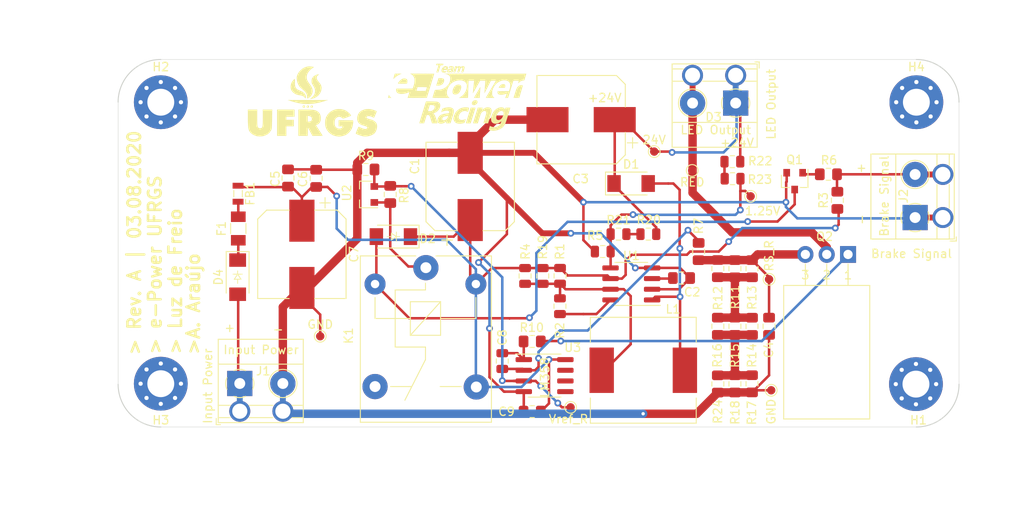
<source format=kicad_pcb>
(kicad_pcb (version 20171130) (host pcbnew "(5.1.4)-1")
  (layers (0 F.Cu signal) (31 B.Cu signal) (34 B.Paste user) (35 F.Paste user) (36 B.SilkS user) (37 F.SilkS user) (38 B.Mask user) (39 F.Mask user) (44 Edge.Cuts user))
  (net 0 "")
  (net 1 GND)
  (net 2 +12V)
  (net 3 "Net-(C2-Pad2)")
  (net 4 +24V)
  (net 5 "Net-(C4-Pad2)")
  (net 6 "Net-(D1-Pad2)")
  (net 7 "Net-(D2-Pad2)")
  (net 8 "Net-(D3-Pad3)")
  (net 9 "Net-(K1-Pad1)")
  (net 10 "Net-(L1-Pad1)")
  (net 11 "Net-(Q2-Pad1)")
  (net 12 Input_Power)
  (net 13 "Net-(F1-Pad1)")
  (net 14 "Net-(J2-Pad2)")
  (net 15 "Net-(D4-Pad1)")
  (net 16 "Net-(H1-Pad1)")
  (net 17 "Net-(H2-Pad1)")
  (net 18 "Net-(H3-Pad1)")
  (net 19 "Net-(H4-Pad1)")
  (net 20 "Net-(R2-Pad1)")
  (net 21 "Net-(R21-Pad2)")
  (net 22 "Net-(R8-Pad1)")
  (net 23 "Net-(R20-Pad2)")
  (net 24 "Net-(R22-Pad1)")
  (net 25 "Net-(C8-Pad2)")
  (net 26 "Net-(C8-Pad1)")
  (net 27 "Net-(Q1-Pad1)")
  (net 28 "Net-(R11-Pad1)")
  (net 29 "Net-(R14-Pad1)")
  (module e-Power:TerminalBlock_Phoenix_MKDS-1,5-2_1x02_P5.08mm_Horizontal (layer F.Cu) (at 224.9 113.3 90)
    (fp_text reference J2 (at 2.556 -1.38 90) (layer F.SilkS))
    (fp_text value Screw_Terminal_01x02)
    (pad 2 thru_hole circle (at 5.1308 3.302 90) (size 2.5 2.5) (drill 1.8) (layers *.Cu *.Mask) (net 14 "Net-(J2-Pad2)"))
    (pad 1 thru_hole circle (at 0 3.302 90) (size 2.5 2.5) (drill 1.8) (layers *.Cu *.Mask) (net 1 GND))
    (pad 2 thru_hole circle (at 5.127 0 90) (size 3 3) (drill 1.3) (layers *.Cu *.Mask) (net 14 "Net-(J2-Pad2)"))
    (pad 1 thru_hole rect (at 0 0 90) (size 3 3) (drill 1.3) (layers *.Cu *.Mask) (net 1 GND))
  )
  (module e-Power:TerminalBlock_Phoenix_MKDS-1,5-2_1x02_P5.08mm_Horizontal (layer F.Cu) (at 144.525 133.05)
    (fp_text reference J1 (at 2.795 -1.478) (layer F.SilkS))
    (fp_text value Screw_Terminal_01x02)
    (pad 2 thru_hole circle (at 5.1308 3.302) (size 2.5 2.5) (drill 1.8) (layers *.Cu *.Mask) (net 1 GND))
    (pad 1 thru_hole circle (at 0 3.302) (size 2.5 2.5) (drill 1.8) (layers *.Cu *.Mask) (net 12 Input_Power))
    (pad 2 thru_hole circle (at 5.127 0) (size 3 3) (drill 1.3) (layers *.Cu *.Mask) (net 1 GND))
    (pad 1 thru_hole rect (at 0 0) (size 3 3) (drill 1.3) (layers *.Cu *.Mask) (net 12 Input_Power))
  )
  (module e-Power:TerminalBlock_Phoenix_MKDS-1,5-2_1x02_P5.08mm_Horizontal (layer F.Cu) (at 203.542 99.676 180)
    (fp_text reference D3 (at 2.628 -1.67) (layer F.SilkS))
    (fp_text value "RGB LED")
    (pad 3 thru_hole circle (at 5.1308 3.302 180) (size 2.5 2.5) (drill 1.8) (layers *.Cu *.Mask) (net 8 "Net-(D3-Pad3)"))
    (pad 1 thru_hole circle (at 0 3.302 180) (size 2.5 2.5) (drill 1.8) (layers *.Cu *.Mask) (net 4 +24V))
    (pad 3 thru_hole circle (at 5.127 0 180) (size 3 3) (drill 1.3) (layers *.Cu *.Mask) (net 8 "Net-(D3-Pad3)"))
    (pad 1 thru_hole rect (at 0 0 180) (size 3 3) (drill 1.3) (layers *.Cu *.Mask) (net 4 +24V))
  )
  (module e-Power:TestPoint_Pad_D1.0mm (layer F.Cu) (at 207.772 133.858)
    (fp_text reference TP7)
    (fp_text value GND (at 0 2.54 90) (layer F.SilkS))
    (pad 1 smd circle (at 0 0) (size 1 1) (layers F.Cu F.Mask) (net 1 GND))
  )
  (module e-Power:TestPoint_Pad_D1.0mm (layer F.Cu) (at 207.518 120.65)
    (fp_text reference TP6)
    (fp_text value RS_R (at 0 -2.794 90) (layer F.SilkS))
    (pad 1 smd circle (at 0 0) (size 1 1) (layers F.Cu F.Mask) (net 5 "Net-(C4-Pad2)"))
  )
  (module e-Power:TestPoint_Pad_D1.0mm (layer F.Cu) (at 183.896 135.89 180)
    (fp_text reference TP5)
    (fp_text value Vref_R (at 0.254 -1.397) (layer F.SilkS))
    (pad 1 smd circle (at 0 0 180) (size 1 1) (layers F.Cu F.Mask) (net 22 "Net-(R8-Pad1)"))
  )
  (module e-Power:TestPoint_Pad_D1.0mm (layer F.Cu) (at 198.374 107.696 180)
    (fp_text reference TP4)
    (fp_text value RED (at 0 -1.397) (layer F.SilkS))
    (pad 1 smd circle (at 0 0 180) (size 1 1) (layers F.Cu F.Mask) (net 8 "Net-(D3-Pad3)"))
  )
  (module Resistor_SMD:R_0805_2012Metric_Pad1.15x1.40mm_HandSolder (layer F.Cu) (at 201.422 133.105 90)
    (fp_text reference R24 (at -3.293 0 90) (layer F.SilkS))
    (fp_text value 10R)
    (pad 2 smd roundrect (at 1.025 0 90) (size 1.15 1.4) (layers F.Cu F.Paste F.Mask) (roundrect_rratio 0.217391) (net 29 "Net-(R14-Pad1)"))
    (pad 1 smd roundrect (at -1.025 0 90) (size 1.15 1.4) (layers F.Cu F.Paste F.Mask) (roundrect_rratio 0.217391) (net 1 GND))
  )
  (module Resistor_SMD:R_0805_2012Metric_Pad1.15x1.40mm_HandSolder (layer F.Cu) (at 199.136 117.348 270)
    (fp_text reference R7 (at -3.048 0 90) (layer F.SilkS))
    (fp_text value 10K)
    (pad 2 smd roundrect (at 1.025 0 270) (size 1.15 1.4) (layers F.Cu F.Paste F.Mask) (roundrect_rratio 0.217391) (net 5 "Net-(C4-Pad2)"))
    (pad 1 smd roundrect (at -1.025 0 270) (size 1.15 1.4) (layers F.Cu F.Paste F.Mask) (roundrect_rratio 0.217391) (net 25 "Net-(C8-Pad2)"))
  )
  (module Package_TO_SOT_SMD:SOT-23 (layer F.Cu) (at 210.566 108.966 270)
    (fp_text reference Q1 (at -2.54 0 180) (layer F.SilkS))
    (fp_text value Si2302DS)
    (pad 3 smd rect (at 1 0 270) (size 0.9 0.8) (layers F.Cu F.Paste F.Mask) (net 7 "Net-(D2-Pad2)"))
    (pad 2 smd rect (at -1 0.95 270) (size 0.9 0.8) (layers F.Cu F.Paste F.Mask) (net 1 GND))
    (pad 1 smd rect (at -1 -0.95 270) (size 0.9 0.8) (layers F.Cu F.Paste F.Mask) (net 27 "Net-(Q1-Pad1)"))
  )
  (module e-Power:L_12x12mm_H6mm (layer F.Cu) (at 192.55 131.475)
    (fp_text reference L1 (at 3.538 -7.269) (layer F.SilkS))
    (fp_text value 100uH)
    (pad 2 smd rect (at 4.95 0) (size 2.9 5.4) (layers F.Cu F.Paste F.Mask) (net 6 "Net-(D1-Pad2)"))
    (pad 1 smd rect (at -4.95 0) (size 2.9 5.4) (layers F.Cu F.Paste F.Mask) (net 10 "Net-(L1-Pad1)"))
  )
  (module e-Power:FB_0805_2012Metric (layer F.Cu) (at 144.3228 110.4646 270)
    (fp_text reference FB1 (at 0 -1.43 90) (layer F.SilkS))
    (fp_text value Ferrite_Bead)
    (pad 2 smd trapezoid (at 0.9525 0 270) (size 0.7 1.3) (layers F.Cu F.Paste F.Mask) (net 13 "Net-(F1-Pad1)"))
    (pad 1 smd trapezoid (at -0.9525 0 270) (size 0.7 1.3) (layers F.Cu F.Paste F.Mask) (net 2 +12V))
  )
  (module e-Power:DO-214AC (layer F.Cu) (at 144.272 120.396 270)
    (fp_text reference D4 (at 0 2.286 90) (layer F.SilkS))
    (fp_text value SS54HF)
    (pad 1 smd rect (at -2.032 0 270) (size 1.6 2) (layers F.Cu F.Paste F.Mask) (net 15 "Net-(D4-Pad1)"))
    (pad 2 smd rect (at 2.032 0 270) (size 1.6 2) (layers F.Cu F.Paste F.Mask) (net 12 Input_Power))
  )
  (module e-Power:DO-214AC (layer F.Cu) (at 162.814 115.57 180)
    (fp_text reference D2 (at -4.064 -0.254) (layer F.SilkS))
    (fp_text value SS54HF)
    (pad 1 smd rect (at -2.032 0 180) (size 1.6 2) (layers F.Cu F.Paste F.Mask) (net 2 +12V))
    (pad 2 smd rect (at 2.032 0 180) (size 1.6 2) (layers F.Cu F.Paste F.Mask) (net 7 "Net-(D2-Pad2)"))
  )
  (module Capacitor_SMD:C_0805_2012Metric_Pad1.15x1.40mm_HandSolder (layer F.Cu) (at 179.324 136.398 180)
    (fp_text reference C9 (at 3.048 0) (layer F.SilkS))
    (fp_text value 100nF)
    (pad 2 smd roundrect (at 1.025 0 180) (size 1.15 1.4) (layers F.Cu F.Paste F.Mask) (roundrect_rratio 0.217391) (net 1 GND))
    (pad 1 smd roundrect (at -1.025 0 180) (size 1.15 1.4) (layers F.Cu F.Paste F.Mask) (roundrect_rratio 0.217391) (net 2 +12V))
  )
  (module Capacitor_SMD:C_0805_2012Metric (layer F.Cu) (at 175.768 130.3805 270)
    (fp_text reference C8 (at -2.794 0 90) (layer F.SilkS))
    (fp_text value 100nF)
    (pad 2 smd roundrect (at 0.9375 0 270) (size 0.975 1.4) (layers F.Cu F.Paste F.Mask) (net 25 "Net-(C8-Pad2)"))
    (pad 1 smd roundrect (at -0.9375 0 270) (size 0.975 1.4) (layers F.Cu F.Paste F.Mask) (net 26 "Net-(C8-Pad1)"))
  )
  (module e-Power:MountingHole_3.2mm_M3_Pad_Via (layer F.Cu) (at 225.05 99.575)
    (fp_text reference H4 (at 0 -4.2) (layer F.SilkS))
    (fp_text value MountingHole_Pad)
    (pad 1 thru_hole circle (at 1.697056 -1.697056) (size 0.8 0.8) (drill 0.5) (layers *.Cu *.Mask) (net 19 "Net-(H4-Pad1)"))
    (pad 1 thru_hole circle (at 0 -2.4) (size 0.8 0.8) (drill 0.5) (layers *.Cu *.Mask) (net 19 "Net-(H4-Pad1)"))
    (pad 1 thru_hole circle (at -1.697056 -1.697056) (size 0.8 0.8) (drill 0.5) (layers *.Cu *.Mask) (net 19 "Net-(H4-Pad1)"))
    (pad 1 thru_hole circle (at -2.4 0) (size 0.8 0.8) (drill 0.5) (layers *.Cu *.Mask) (net 19 "Net-(H4-Pad1)"))
    (pad 1 thru_hole circle (at -1.697056 1.697056) (size 0.8 0.8) (drill 0.5) (layers *.Cu *.Mask) (net 19 "Net-(H4-Pad1)"))
    (pad 1 thru_hole circle (at 0 2.4) (size 0.8 0.8) (drill 0.5) (layers *.Cu *.Mask) (net 19 "Net-(H4-Pad1)"))
    (pad 1 thru_hole circle (at 1.697056 1.697056) (size 0.8 0.8) (drill 0.5) (layers *.Cu *.Mask) (net 19 "Net-(H4-Pad1)"))
    (pad 1 thru_hole circle (at 2.4 0) (size 0.8 0.8) (drill 0.5) (layers *.Cu *.Mask) (net 19 "Net-(H4-Pad1)"))
    (pad 1 thru_hole circle (at 0 0) (size 6.4 6.4) (drill 3.2) (layers *.Cu *.Mask) (net 19 "Net-(H4-Pad1)"))
  )
  (module e-Power:MountingHole_3.2mm_M3_Pad_Via (layer F.Cu) (at 135.125 133.075)
    (fp_text reference H3 (at 0.003 4.339) (layer F.SilkS))
    (fp_text value MountingHole_Pad)
    (pad 1 thru_hole circle (at 1.697056 -1.697056) (size 0.8 0.8) (drill 0.5) (layers *.Cu *.Mask) (net 18 "Net-(H3-Pad1)"))
    (pad 1 thru_hole circle (at 0 -2.4) (size 0.8 0.8) (drill 0.5) (layers *.Cu *.Mask) (net 18 "Net-(H3-Pad1)"))
    (pad 1 thru_hole circle (at -1.697056 -1.697056) (size 0.8 0.8) (drill 0.5) (layers *.Cu *.Mask) (net 18 "Net-(H3-Pad1)"))
    (pad 1 thru_hole circle (at -2.4 0) (size 0.8 0.8) (drill 0.5) (layers *.Cu *.Mask) (net 18 "Net-(H3-Pad1)"))
    (pad 1 thru_hole circle (at -1.697056 1.697056) (size 0.8 0.8) (drill 0.5) (layers *.Cu *.Mask) (net 18 "Net-(H3-Pad1)"))
    (pad 1 thru_hole circle (at 0 2.4) (size 0.8 0.8) (drill 0.5) (layers *.Cu *.Mask) (net 18 "Net-(H3-Pad1)"))
    (pad 1 thru_hole circle (at 1.697056 1.697056) (size 0.8 0.8) (drill 0.5) (layers *.Cu *.Mask) (net 18 "Net-(H3-Pad1)"))
    (pad 1 thru_hole circle (at 2.4 0) (size 0.8 0.8) (drill 0.5) (layers *.Cu *.Mask) (net 18 "Net-(H3-Pad1)"))
    (pad 1 thru_hole circle (at 0 0) (size 6.4 6.4) (drill 3.2) (layers *.Cu *.Mask) (net 18 "Net-(H3-Pad1)"))
  )
  (module e-Power:MountingHole_3.2mm_M3_Pad_Via (layer F.Cu) (at 135.125 99.575)
    (fp_text reference H2 (at 0 -4.2) (layer F.SilkS))
    (fp_text value MountingHole_Pad)
    (pad 1 thru_hole circle (at 1.697056 -1.697056) (size 0.8 0.8) (drill 0.5) (layers *.Cu *.Mask) (net 17 "Net-(H2-Pad1)"))
    (pad 1 thru_hole circle (at 0 -2.4) (size 0.8 0.8) (drill 0.5) (layers *.Cu *.Mask) (net 17 "Net-(H2-Pad1)"))
    (pad 1 thru_hole circle (at -1.697056 -1.697056) (size 0.8 0.8) (drill 0.5) (layers *.Cu *.Mask) (net 17 "Net-(H2-Pad1)"))
    (pad 1 thru_hole circle (at -2.4 0) (size 0.8 0.8) (drill 0.5) (layers *.Cu *.Mask) (net 17 "Net-(H2-Pad1)"))
    (pad 1 thru_hole circle (at -1.697056 1.697056) (size 0.8 0.8) (drill 0.5) (layers *.Cu *.Mask) (net 17 "Net-(H2-Pad1)"))
    (pad 1 thru_hole circle (at 0 2.4) (size 0.8 0.8) (drill 0.5) (layers *.Cu *.Mask) (net 17 "Net-(H2-Pad1)"))
    (pad 1 thru_hole circle (at 1.697056 1.697056) (size 0.8 0.8) (drill 0.5) (layers *.Cu *.Mask) (net 17 "Net-(H2-Pad1)"))
    (pad 1 thru_hole circle (at 2.4 0) (size 0.8 0.8) (drill 0.5) (layers *.Cu *.Mask) (net 17 "Net-(H2-Pad1)"))
    (pad 1 thru_hole circle (at 0 0) (size 6.4 6.4) (drill 3.2) (layers *.Cu *.Mask) (net 17 "Net-(H2-Pad1)"))
  )
  (module e-Power:MountingHole_3.2mm_M3_Pad_Via (layer F.Cu) (at 225 133.125)
    (fp_text reference H1 (at 0.298 4.289) (layer F.SilkS))
    (fp_text value MountingHole_Pad)
    (pad 1 thru_hole circle (at 1.697056 -1.697056) (size 0.8 0.8) (drill 0.5) (layers *.Cu *.Mask) (net 16 "Net-(H1-Pad1)"))
    (pad 1 thru_hole circle (at 0 -2.4) (size 0.8 0.8) (drill 0.5) (layers *.Cu *.Mask) (net 16 "Net-(H1-Pad1)"))
    (pad 1 thru_hole circle (at -1.697056 -1.697056) (size 0.8 0.8) (drill 0.5) (layers *.Cu *.Mask) (net 16 "Net-(H1-Pad1)"))
    (pad 1 thru_hole circle (at -2.4 0) (size 0.8 0.8) (drill 0.5) (layers *.Cu *.Mask) (net 16 "Net-(H1-Pad1)"))
    (pad 1 thru_hole circle (at -1.697056 1.697056) (size 0.8 0.8) (drill 0.5) (layers *.Cu *.Mask) (net 16 "Net-(H1-Pad1)"))
    (pad 1 thru_hole circle (at 0 2.4) (size 0.8 0.8) (drill 0.5) (layers *.Cu *.Mask) (net 16 "Net-(H1-Pad1)"))
    (pad 1 thru_hole circle (at 1.697056 1.697056) (size 0.8 0.8) (drill 0.5) (layers *.Cu *.Mask) (net 16 "Net-(H1-Pad1)"))
    (pad 1 thru_hole circle (at 2.4 0) (size 0.8 0.8) (drill 0.5) (layers *.Cu *.Mask) (net 16 "Net-(H1-Pad1)"))
    (pad 1 thru_hole circle (at 0 0) (size 6.4 6.4) (drill 3.2) (layers *.Cu *.Mask) (net 16 "Net-(H1-Pad1)"))
  )
  (module Package_SO:SOIC-8_3.9x4.9mm_P1.27mm (layer F.Cu) (at 191.125 121.2 180)
    (fp_text reference U1 (at 0 3.344) (layer F.SilkS))
    (fp_text value MC34063AP)
    (pad 8 smd roundrect (at 2.475 -1.905 180) (size 1.95 0.6) (layers F.Cu F.Paste F.Mask) (net 20 "Net-(R2-Pad1)"))
    (pad 7 smd roundrect (at 2.475 -0.635 180) (size 1.95 0.6) (layers F.Cu F.Paste F.Mask) (net 10 "Net-(L1-Pad1)"))
    (pad 6 smd roundrect (at 2.475 0.635 180) (size 1.95 0.6) (layers F.Cu F.Paste F.Mask) (net 2 +12V))
    (pad 5 smd roundrect (at 2.475 1.905 180) (size 1.95 0.6) (layers F.Cu F.Paste F.Mask) (net 21 "Net-(R21-Pad2)"))
    (pad 4 smd roundrect (at -2.475 1.905 180) (size 1.95 0.6) (layers F.Cu F.Paste F.Mask) (net 1 GND))
    (pad 3 smd roundrect (at -2.475 0.635 180) (size 1.95 0.6) (layers F.Cu F.Paste F.Mask) (net 3 "Net-(C2-Pad2)"))
    (pad 2 smd roundrect (at -2.475 -0.635 180) (size 1.95 0.6) (layers F.Cu F.Paste F.Mask) (net 1 GND))
    (pad 1 smd roundrect (at -2.475 -1.905 180) (size 1.95 0.6) (layers F.Cu F.Paste F.Mask) (net 6 "Net-(D1-Pad2)"))
  )
  (module Resistor_SMD:R_0805_2012Metric_Pad1.15x1.40mm_HandSolder (layer F.Cu) (at 215.646 111.252 90)
    (fp_text reference R3 (at 0 -1.65 90) (layer F.SilkS))
    (fp_text value 10K)
    (pad 2 smd roundrect (at 1.025 0 90) (size 1.15 1.4) (layers F.Cu F.Paste F.Mask) (roundrect_rratio 0.217391) (net 14 "Net-(J2-Pad2)"))
    (pad 1 smd roundrect (at -1.025 0 90) (size 1.15 1.4) (layers F.Cu F.Paste F.Mask) (roundrect_rratio 0.217391) (net 2 +12V))
  )
  (module Resistor_SMD:R_0805_2012Metric_Pad1.15x1.40mm_HandSolder (layer F.Cu) (at 214.5792 108.1532)
    (fp_text reference R6 (at 0.0708 -1.6782) (layer F.SilkS))
    (fp_text value 10K)
    (pad 2 smd roundrect (at 1.025 0) (size 1.15 1.4) (layers F.Cu F.Paste F.Mask) (roundrect_rratio 0.217391) (net 14 "Net-(J2-Pad2)"))
    (pad 1 smd roundrect (at -1.025 0) (size 1.15 1.4) (layers F.Cu F.Paste F.Mask) (roundrect_rratio 0.217391) (net 27 "Net-(Q1-Pad1)"))
  )
  (module Resistor_SMD:R_0805_2012Metric_Pad1.15x1.40mm_HandSolder (layer F.Cu) (at 159.5374 107.5817)
    (fp_text reference R9 (at 0.0126 -1.6317) (layer F.SilkS))
    (fp_text value ADJ)
    (pad 2 smd roundrect (at 1.025 0) (size 1.15 1.4) (layers F.Cu F.Paste F.Mask) (roundrect_rratio 0.217391) (net 22 "Net-(R8-Pad1)"))
    (pad 1 smd roundrect (at -1.025 0) (size 1.15 1.4) (layers F.Cu F.Paste F.Mask) (roundrect_rratio 0.217391) (net 1 GND))
  )
  (module Resistor_SMD:R_0805_2012Metric_Pad1.15x1.40mm_HandSolder (layer F.Cu) (at 179.325 128.047)
    (fp_text reference R10 (at -0.05 -1.65) (layer F.SilkS))
    (fp_text value 1K)
    (pad 2 smd roundrect (at 1.025 0) (size 1.15 1.4) (layers F.Cu F.Paste F.Mask) (roundrect_rratio 0.217391) (net 11 "Net-(Q2-Pad1)"))
    (pad 1 smd roundrect (at -1.025 0) (size 1.15 1.4) (layers F.Cu F.Paste F.Mask) (roundrect_rratio 0.217391) (net 26 "Net-(C8-Pad1)"))
  )
  (module Resistor_SMD:R_0805_2012Metric (layer F.Cu) (at 180.581 120.25 90)
    (fp_text reference R19 (at 3.41 0 90) (layer F.SilkS))
    (fp_text value 1R)
    (pad 2 smd roundrect (at 0.9375 0 90) (size 0.975 1.4) (layers F.Cu F.Paste F.Mask) (net 2 +12V))
    (pad 1 smd roundrect (at -0.9375 0 90) (size 0.975 1.4) (layers F.Cu F.Paste F.Mask) (net 10 "Net-(L1-Pad1)"))
  )
  (module Resistor_SMD:R_0805_2012Metric (layer F.Cu) (at 193.15 115.275 180)
    (fp_text reference R20 (at -0.05 1.7) (layer F.SilkS))
    (fp_text value 10K)
    (pad 2 smd roundrect (at 0.9375 0 180) (size 0.975 1.4) (layers F.Cu F.Paste F.Mask) (net 23 "Net-(R20-Pad2)"))
    (pad 1 smd roundrect (at -0.9375 0 180) (size 0.975 1.4) (layers F.Cu F.Paste F.Mask) (net 4 +24V))
  )
  (module Resistor_SMD:R_0805_2012Metric (layer F.Cu) (at 189.6 115.275 180)
    (fp_text reference R21 (at 0 1.675) (layer F.SilkS))
    (fp_text value 10K)
    (pad 2 smd roundrect (at 0.9375 0 180) (size 0.975 1.4) (layers F.Cu F.Paste F.Mask) (net 21 "Net-(R21-Pad2)"))
    (pad 1 smd roundrect (at -0.9375 0 180) (size 0.975 1.4) (layers F.Cu F.Paste F.Mask) (net 23 "Net-(R20-Pad2)"))
  )
  (module Resistor_SMD:R_0805_2012Metric (layer F.Cu) (at 203.15 106.65)
    (fp_text reference R22 (at 3.325 -0.075) (layer F.SilkS))
    (fp_text value 100K)
    (pad 2 smd roundrect (at 0.9375 0) (size 0.975 1.4) (layers F.Cu F.Paste F.Mask) (net 4 +24V))
    (pad 1 smd roundrect (at -0.9375 0) (size 0.975 1.4) (layers F.Cu F.Paste F.Mask) (net 24 "Net-(R22-Pad1)"))
  )
  (module Resistor_SMD:R_0805_2012Metric (layer F.Cu) (at 203.175 108.675 180)
    (fp_text reference R23 (at -3.25 -0.1) (layer F.SilkS))
    (fp_text value 100K)
    (pad 2 smd roundrect (at 0.9375 0 180) (size 0.975 1.4) (layers F.Cu F.Paste F.Mask) (net 24 "Net-(R22-Pad1)"))
    (pad 1 smd roundrect (at -0.9375 0 180) (size 0.975 1.4) (layers F.Cu F.Paste F.Mask) (net 21 "Net-(R21-Pad2)"))
  )
  (module Resistor_SMD:R_0805_2012Metric (layer F.Cu) (at 187.725 117.35)
    (fp_text reference R5 (at -0.9 -1.9) (layer F.SilkS))
    (fp_text value 1K)
    (pad 2 smd roundrect (at 0.9375 0) (size 0.975 1.4) (layers F.Cu F.Paste F.Mask) (net 21 "Net-(R21-Pad2)"))
    (pad 1 smd roundrect (at -0.9375 0) (size 0.975 1.4) (layers F.Cu F.Paste F.Mask) (net 1 GND))
  )
  (module Resistor_SMD:R_0805_2012Metric (layer F.Cu) (at 182.631 123.85 90)
    (fp_text reference R2 (at -2.896 -0.005 90) (layer F.SilkS))
    (fp_text value 100R)
    (pad 2 smd roundrect (at 0.9375 0 90) (size 0.975 1.4) (layers F.Cu F.Paste F.Mask) (net 10 "Net-(L1-Pad1)"))
    (pad 1 smd roundrect (at -0.9375 0 90) (size 0.975 1.4) (layers F.Cu F.Paste F.Mask) (net 20 "Net-(R2-Pad1)"))
  )
  (module Resistor_SMD:R_0805_2012Metric (layer F.Cu) (at 182.6425 120.2383 90)
    (fp_text reference R1 (at 2.8903 -0.0165 90) (layer F.SilkS))
    (fp_text value 1R)
    (pad 2 smd roundrect (at 0.9375 0 90) (size 0.975 1.4) (layers F.Cu F.Paste F.Mask) (net 2 +12V))
    (pad 1 smd roundrect (at -0.9375 0 90) (size 0.975 1.4) (layers F.Cu F.Paste F.Mask) (net 10 "Net-(L1-Pad1)"))
  )
  (module e-Power:CP_Elec_10x10 (layer F.Cu) (at 171.95 109.6 90)
    (fp_text reference C1 (at 2.412 -6.596 90) (layer F.SilkS))
    (fp_text value 220uF)
    (pad 2 smd rect (at 4 0 90) (size 5 3) (layers F.Cu F.Paste F.Mask) (net 1 GND))
    (pad 1 smd rect (at -4 0 90) (size 5 3) (layers F.Cu F.Paste F.Mask) (net 2 +12V))
  )
  (module e-Power:TestPoint_Pad_D1.0mm (layer F.Cu) (at 205.325 110.775 180)
    (fp_text reference TP3)
    (fp_text value 1.25V (at -1.431 -1.747) (layer F.SilkS))
    (pad 1 smd circle (at 0 0 180) (size 1 1) (layers F.Cu F.Mask) (net 21 "Net-(R21-Pad2)"))
  )
  (module e-Power:TestPoint_Pad_D1.0mm (layer F.Cu) (at 154.1 127.425)
    (fp_text reference TP2)
    (fp_text value GND (at 0 -1.397) (layer F.SilkS))
    (pad 1 smd circle (at 0 0) (size 1 1) (layers F.Cu F.Mask) (net 1 GND))
  )
  (module e-Power:TestPoint_Pad_D1.0mm (layer F.Cu) (at 193.85 105.45)
    (fp_text reference TP1)
    (fp_text value 24V (at 0 -1.397) (layer F.SilkS))
    (pad 1 smd circle (at 0 0) (size 1 1) (layers F.Cu F.Mask) (net 4 +24V))
  )
  (module Resistor_SMD:R_0805_2012Metric (layer F.Cu) (at 178.481 120.25 90)
    (fp_text reference R4 (at 2.902 0.05 90) (layer F.SilkS))
    (fp_text value ADJ)
    (pad 2 smd roundrect (at 0.9375 0 90) (size 0.975 1.4) (layers F.Cu F.Paste F.Mask) (net 2 +12V))
    (pad 1 smd roundrect (at -0.9375 0 90) (size 0.975 1.4) (layers F.Cu F.Paste F.Mask) (net 10 "Net-(L1-Pad1)"))
  )
  (module e-Power:Logo_UFRGS_14.7x8.0mm_SilkS (layer F.Cu) (at 153.2 99.475)
    (fp_text reference G1 hide)
    (fp_text value Logo_UFRGS_Large hide)
  )
  (module e-Power:Logo_e-Power_16.5x8.0mm_SilkS (layer F.Cu) (at 170.375 98.975)
    (fp_text reference G2 hide)
    (fp_text value Logo_e-Power_Large hide)
  )
  (module e-Power:DO-214AC (layer F.Cu) (at 191.1 109.25)
    (fp_text reference D1 (at 0 -2.286) (layer F.SilkS))
    (fp_text value SS54HF)
    (pad 1 smd rect (at -2.032 0) (size 1.6 2) (layers F.Cu F.Paste F.Mask) (net 4 +24V))
    (pad 2 smd rect (at 2.032 0) (size 1.6 2) (layers F.Cu F.Paste F.Mask) (net 6 "Net-(D1-Pad2)"))
  )
  (module Package_TO_SOT_SMD:SOT-23 (layer F.Cu) (at 159.5374 110.5535 180)
    (fp_text reference U2 (at 2.2624 0.1785 90) (layer F.SilkS))
    (fp_text value TL431DBZ)
    (pad 3 smd rect (at 1 0 180) (size 0.9 0.8) (layers F.Cu F.Paste F.Mask) (net 1 GND))
    (pad 2 smd rect (at -1 0.95 180) (size 0.9 0.8) (layers F.Cu F.Paste F.Mask) (net 22 "Net-(R8-Pad1)"))
    (pad 1 smd rect (at -1 -0.95 180) (size 0.9 0.8) (layers F.Cu F.Paste F.Mask) (net 9 "Net-(K1-Pad1)"))
  )
  (module e-Power:FUSE_1206_3216Metric (layer F.Cu) (at 144.3482 114.6048 270)
    (fp_text reference F1 (at 0.0202 1.9982 90) (layer F.SilkS))
    (fp_text value Fuse)
    (pad 2 smd trapezoid (at 1.4 0 270) (size 1.25 1.75) (layers F.Cu F.Paste F.Mask) (net 15 "Net-(D4-Pad1)"))
    (pad 1 smd trapezoid (at -1.4 0 270) (size 1.25 1.75) (layers F.Cu F.Paste F.Mask) (net 13 "Net-(F1-Pad1)"))
  )
  (module Package_SO:SOIC-8_3.9x4.9mm_P1.27mm (layer F.Cu) (at 180.8014 132.1134)
    (fp_text reference U3 (at 3.3486 -3.3354) (layer F.SilkS))
    (fp_text value LM358 (at 0.0466 0.2206 90) (layer F.SilkS))
    (pad 8 smd roundrect (at 2.475 -1.905) (size 1.95 0.6) (layers F.Cu F.Paste F.Mask) (net 2 +12V))
    (pad 7 smd roundrect (at 2.475 -0.635) (size 1.95 0.6) (layers F.Cu F.Paste F.Mask))
    (pad 6 smd roundrect (at 2.475 0.635) (size 1.95 0.6) (layers F.Cu F.Paste F.Mask))
    (pad 5 smd roundrect (at 2.475 1.905) (size 1.95 0.6) (layers F.Cu F.Paste F.Mask))
    (pad 4 smd roundrect (at -2.475 1.905) (size 1.95 0.6) (layers F.Cu F.Paste F.Mask) (net 1 GND))
    (pad 3 smd roundrect (at -2.475 0.635) (size 1.95 0.6) (layers F.Cu F.Paste F.Mask) (net 22 "Net-(R8-Pad1)"))
    (pad 2 smd roundrect (at -2.475 -0.635) (size 1.95 0.6) (layers F.Cu F.Paste F.Mask) (net 25 "Net-(C8-Pad2)"))
    (pad 1 smd roundrect (at -2.475 -1.905) (size 1.95 0.6) (layers F.Cu F.Paste F.Mask) (net 26 "Net-(C8-Pad1)"))
  )
  (module Resistor_SMD:R_0805_2012Metric_Pad1.15x1.40mm_HandSolder (layer F.Cu) (at 203.454 133.096 90)
    (fp_text reference R18 (at -3.414 0.0259 90) (layer F.SilkS))
    (fp_text value 10R)
    (pad 2 smd roundrect (at 1.025 0 90) (size 1.15 1.4) (layers F.Cu F.Paste F.Mask) (roundrect_rratio 0.217391) (net 29 "Net-(R14-Pad1)"))
    (pad 1 smd roundrect (at -1.025 0 90) (size 1.15 1.4) (layers F.Cu F.Paste F.Mask) (roundrect_rratio 0.217391) (net 1 GND))
  )
  (module Resistor_SMD:R_0805_2012Metric_Pad1.15x1.40mm_HandSolder (layer F.Cu) (at 205.486 133.087 90)
    (fp_text reference R17 (at -3.464 -0.0213 90) (layer F.SilkS))
    (fp_text value 10R)
    (pad 2 smd roundrect (at 1.025 0 90) (size 1.15 1.4) (layers F.Cu F.Paste F.Mask) (roundrect_rratio 0.217391) (net 29 "Net-(R14-Pad1)"))
    (pad 1 smd roundrect (at -1.025 0 90) (size 1.15 1.4) (layers F.Cu F.Paste F.Mask) (roundrect_rratio 0.217391) (net 1 GND))
  )
  (module Resistor_SMD:R_0805_2012Metric_Pad1.15x1.40mm_HandSolder (layer F.Cu) (at 201.422 126.238 90)
    (fp_text reference R16 (at -3.4736 -0.0563 90) (layer F.SilkS))
    (fp_text value 10R)
    (pad 2 smd roundrect (at 1.025 0 90) (size 1.15 1.4) (layers F.Cu F.Paste F.Mask) (roundrect_rratio 0.217391) (net 28 "Net-(R11-Pad1)"))
    (pad 1 smd roundrect (at -1.025 0 90) (size 1.15 1.4) (layers F.Cu F.Paste F.Mask) (roundrect_rratio 0.217391) (net 29 "Net-(R14-Pad1)"))
  )
  (module Resistor_SMD:R_0805_2012Metric_Pad1.15x1.40mm_HandSolder (layer F.Cu) (at 203.454 126.238 90)
    (fp_text reference R15 (at -3.5021 0.0032 90) (layer F.SilkS))
    (fp_text value 10R)
    (pad 2 smd roundrect (at 1.025 0 90) (size 1.15 1.4) (layers F.Cu F.Paste F.Mask) (roundrect_rratio 0.217391) (net 28 "Net-(R11-Pad1)"))
    (pad 1 smd roundrect (at -1.025 0 90) (size 1.15 1.4) (layers F.Cu F.Paste F.Mask) (roundrect_rratio 0.217391) (net 29 "Net-(R14-Pad1)"))
  )
  (module Resistor_SMD:R_0805_2012Metric_Pad1.15x1.40mm_HandSolder (layer F.Cu) (at 205.486 126.247 90)
    (fp_text reference R14 (at -3.4736 -0.0043 90) (layer F.SilkS))
    (fp_text value 10R)
    (pad 2 smd roundrect (at 1.025 0 90) (size 1.15 1.4) (layers F.Cu F.Paste F.Mask) (roundrect_rratio 0.217391) (net 28 "Net-(R11-Pad1)"))
    (pad 1 smd roundrect (at -1.025 0 90) (size 1.15 1.4) (layers F.Cu F.Paste F.Mask) (roundrect_rratio 0.217391) (net 29 "Net-(R14-Pad1)"))
  )
  (module Resistor_SMD:R_0805_2012Metric_Pad1.15x1.40mm_HandSolder (layer F.Cu) (at 205.486 119.389 90)
    (fp_text reference R13 (at -3.4521 0.0112 90) (layer F.SilkS))
    (fp_text value 10R)
    (pad 2 smd roundrect (at 1.025 0 90) (size 1.15 1.4) (layers F.Cu F.Paste F.Mask) (roundrect_rratio 0.217391) (net 5 "Net-(C4-Pad2)"))
    (pad 1 smd roundrect (at -1.025 0 90) (size 1.15 1.4) (layers F.Cu F.Paste F.Mask) (roundrect_rratio 0.217391) (net 28 "Net-(R11-Pad1)"))
  )
  (module Resistor_SMD:R_0805_2012Metric_Pad1.15x1.40mm_HandSolder (layer F.Cu) (at 201.422 119.38 90)
    (fp_text reference R12 (at -3.5148 0.0171 90) (layer F.SilkS))
    (fp_text value 10R)
    (pad 2 smd roundrect (at 1.025 0 90) (size 1.15 1.4) (layers F.Cu F.Paste F.Mask) (roundrect_rratio 0.217391) (net 5 "Net-(C4-Pad2)"))
    (pad 1 smd roundrect (at -1.025 0 90) (size 1.15 1.4) (layers F.Cu F.Paste F.Mask) (roundrect_rratio 0.217391) (net 28 "Net-(R11-Pad1)"))
  )
  (module Resistor_SMD:R_0805_2012Metric_Pad1.15x1.40mm_HandSolder (layer F.Cu) (at 203.454 119.389 90)
    (fp_text reference R11 (at -3.375 0.025 90) (layer F.SilkS))
    (fp_text value 10R)
    (pad 2 smd roundrect (at 1.025 0 90) (size 1.15 1.4) (layers F.Cu F.Paste F.Mask) (roundrect_rratio 0.217391) (net 5 "Net-(C4-Pad2)"))
    (pad 1 smd roundrect (at -1.025 0 90) (size 1.15 1.4) (layers F.Cu F.Paste F.Mask) (roundrect_rratio 0.217391) (net 28 "Net-(R11-Pad1)"))
  )
  (module e-Power:Relay_SPDT_SANYOU_SRD (layer F.Cu) (at 166.6748 119.2657 270)
    (fp_text reference K1 (at 8.1 9.2 90) (layer F.SilkS))
    (fp_text value RELAY_19.1x15.5mm)
    (pad 1 thru_hole circle (at 0 0) (size 3 3) (drill 1.3) (layers *.Cu *.Mask) (net 9 "Net-(K1-Pad1)"))
    (pad 5 thru_hole circle (at 1.95 -5.95) (size 2.5 2.5) (drill 1) (layers *.Cu *.Mask) (net 2 +12V))
    (pad 4 thru_hole circle (at 14.2 -6) (size 3 3) (drill 1.3) (layers *.Cu *.Mask) (net 2 +12V))
    (pad 3 thru_hole circle (at 14.15 6.05) (size 3 3) (drill 1.3) (layers *.Cu *.Mask))
    (pad 2 thru_hole circle (at 1.95 6.05) (size 2.5 2.5) (drill 1) (layers *.Cu *.Mask) (net 7 "Net-(D2-Pad2)"))
  )
  (module e-Power:CP_Elec_10x10 (layer F.Cu) (at 151.9174 117.6782 270)
    (fp_text reference C7 (at 0 -6.2 90) (layer F.SilkS))
    (fp_text value 220uF)
    (pad 2 smd rect (at 4 0 270) (size 5 3) (layers F.Cu F.Paste F.Mask) (net 1 GND))
    (pad 1 smd rect (at -4 0 270) (size 5 3) (layers F.Cu F.Paste F.Mask) (net 2 +12V))
  )
  (module Capacitor_SMD:C_0805_2012Metric_Pad1.15x1.40mm_HandSolder (layer F.Cu) (at 153.6192 108.6358 90)
    (fp_text reference C6 (at -0.0892 -1.5942 90) (layer F.SilkS))
    (fp_text value 10nF)
    (pad 2 smd roundrect (at 1.025 0 90) (size 1.15 1.4) (layers F.Cu F.Paste F.Mask) (roundrect_rratio 0.217391) (net 1 GND))
    (pad 1 smd roundrect (at -1.025 0 90) (size 1.15 1.4) (layers F.Cu F.Paste F.Mask) (roundrect_rratio 0.217391) (net 2 +12V))
  )
  (module Capacitor_SMD:C_0805_2012Metric_Pad1.15x1.40mm_HandSolder (layer F.Cu) (at 150.2664 108.594 90)
    (fp_text reference C5 (at -0.106 -1.5164 90) (layer F.SilkS))
    (fp_text value 100nF)
    (pad 2 smd roundrect (at 1.025 0 90) (size 1.15 1.4) (layers F.Cu F.Paste F.Mask) (roundrect_rratio 0.217391) (net 1 GND))
    (pad 1 smd roundrect (at -1.025 0 90) (size 1.15 1.4) (layers F.Cu F.Paste F.Mask) (roundrect_rratio 0.217391) (net 2 +12V))
  )
  (module e-Power:CP_Elec_10x10 (layer F.Cu) (at 185.15 101.65 180)
    (fp_text reference C3 (at 0.064 -7.0485) (layer F.SilkS))
    (fp_text value 220uF)
    (pad 2 smd rect (at 4 0 180) (size 5 3) (layers F.Cu F.Paste F.Mask) (net 1 GND))
    (pad 1 smd rect (at -4 0 180) (size 5 3) (layers F.Cu F.Paste F.Mask) (net 4 +24V))
  )
  (module Resistor_SMD:R_0805_2012Metric_Pad1.15x1.40mm_HandSolder (layer F.Cu) (at 162.433 110.5535 270)
    (fp_text reference R8 (at 0.0965 -1.651 90) (layer F.SilkS))
    (fp_text value 1K)
    (pad 2 smd roundrect (at 1.025 0 270) (size 1.15 1.4) (layers F.Cu F.Paste F.Mask) (roundrect_rratio 0.217391) (net 9 "Net-(K1-Pad1)"))
    (pad 1 smd roundrect (at -1.025 0 270) (size 1.15 1.4) (layers F.Cu F.Paste F.Mask) (roundrect_rratio 0.217391) (net 22 "Net-(R8-Pad1)"))
  )
  (module Package_TO_SOT_THT:TO-220-3_Horizontal_TabDown (layer F.Cu) (at 216.9189 117.6909 180)
    (fp_text reference Q2 (at 2.7969 2.1209) (layer F.SilkS))
    (fp_text value IRF3205)
    (pad 3 thru_hole oval (at 5.08 0 180) (size 1.905 2) (drill 1.1) (layers *.Cu *.Mask) (net 5 "Net-(C4-Pad2)"))
    (pad 2 thru_hole oval (at 2.54 0 180) (size 1.905 2) (drill 1.1) (layers *.Cu *.Mask) (net 8 "Net-(D3-Pad3)"))
    (pad 1 thru_hole rect (at 0 0 180) (size 1.905 2) (drill 1.1) (layers *.Cu *.Mask) (net 11 "Net-(Q2-Pad1)"))
    (pad "" np_thru_hole oval (at 2.54 -16.66 180) (size 3.5 3.5) (drill 3.5) (layers *.Cu *.Mask))
  )
  (module Capacitor_SMD:C_0805_2012Metric_Pad1.15x1.40mm_HandSolder (layer F.Cu) (at 207.518 126.238 90)
    (fp_text reference C4 (at -2.803 -0.0361 90) (layer F.SilkS))
    (fp_text value 100nF)
    (pad 2 smd roundrect (at 1.025 0 90) (size 1.15 1.4) (layers F.Cu F.Paste F.Mask) (roundrect_rratio 0.217391) (net 5 "Net-(C4-Pad2)"))
    (pad 1 smd roundrect (at -1.025 0 90) (size 1.15 1.4) (layers F.Cu F.Paste F.Mask) (roundrect_rratio 0.217391) (net 1 GND))
  )
  (module Capacitor_SMD:C_0805_2012Metric_Pad1.15x1.40mm_HandSolder (layer F.Cu) (at 197.1 120.5 180)
    (fp_text reference C2 (at -1.274 -1.674) (layer F.SilkS))
    (fp_text value 220pF)
    (pad 2 smd roundrect (at 1.025 0 180) (size 1.15 1.4) (layers F.Cu F.Paste F.Mask) (roundrect_rratio 0.217391) (net 3 "Net-(C2-Pad2)"))
    (pad 1 smd roundrect (at -1.025 0 180) (size 1.15 1.4) (layers F.Cu F.Paste F.Mask) (roundrect_rratio 0.217391) (net 1 GND))
  )
  (gr_text 3 (at 211.836 120.142) (layer F.SilkS) (effects (font (size 1 1))))
  (gr_text 2 (at 214.376 120.142) (layer F.SilkS) (effects (font (size 1 1))))
  (gr_text 1 (at 216.916 120.142) (layer F.SilkS) (effects (font (size 1 1))))
  (gr_text - (at 218.694 113.538 270) (layer F.SilkS) (effects (font (size 1 1))))
  (gr_text + (at 218.44 107.442 90) (layer F.SilkS) (effects (font (size 1 1))))
  (gr_text - (at 149.098 126.746 180) (layer F.SilkS) (effects (font (size 1 1))))
  (gr_text + (at 143.256 126.492 90) (layer F.SilkS) (effects (font (size 1 1))))
  (gr_text "Input Power" (at 147.066 129.041) (layer F.SilkS) (effects (font (size 1 1))))
  (gr_line (start 225.044 94.488) (end 135.128 94.488) (layer Edge.Cuts) (width 0.05))
  (gr_line (start 230.124 133.1468) (end 230.124 99.568) (layer Edge.Cuts) (width 0.05))
  (gr_line (start 135.128 138.2268) (end 225.044 138.2268) (layer Edge.Cuts) (width 0.05))
  (gr_line (start 130.048 133.1468) (end 130.048 99.568) (layer Edge.Cuts) (width 0.05))
  (gr_arc (start 225.044 99.568) (end 230.124 99.568) (angle -90) (layer Edge.Cuts) (width 0.12))
  (gr_arc (start 135.128 99.568) (end 135.128 94.488) (angle -90) (layer Edge.Cuts) (width 0.12))
  (gr_arc (start 135.128 133.1468) (end 130.048 133.1468) (angle -90) (layer Edge.Cuts) (width 0.12))
  (gr_arc (start 225.044 133.1468) (end 225.044 138.2268) (angle -90) (layer Edge.Cuts) (width 0.12))
  (gr_text "> e-Power UFRGS" (at 134.425 129.725 90) (layer F.SilkS) (effects (font (size 1.5 1.5) (thickness 0.3)) (justify left)))
  (gr_text "> Rev. A | 03.08.2020" (at 131.976 129.821714 90) (layer F.SilkS) (effects (font (size 1.5 1.5) (thickness 0.3)) (justify left)))
  (gr_text "> Luz de Freio" (at 136.85 129.725 90) (layer F.SilkS) (effects (font (size 1.5 1.5) (thickness 0.3)) (justify left)))
  (gr_text ">A. Araújo" (at 139 129.775 90) (layer F.SilkS) (effects (font (size 1.5 1.5) (thickness 0.3)) (justify left)))
  (gr_text "Input Power" (at 140.725 133.35 90) (layer F.SilkS) (effects (font (size 1 1))))
  (gr_text "LED Output" (at 207.772 99.822 90) (layer F.SilkS) (effects (font (size 1 1))))
  (gr_text "Brake Signal" (at 221.234 110.744 90) (layer F.SilkS) (effects (font (size 1 1))))
  (gr_text +24V (at 187.96 99.06) (layer F.SilkS) (effects (font (size 1 1))))
  (gr_text +24V (at 203.708 104.394) (layer F.SilkS) (effects (font (size 1 1))))
  (gr_text "LED Output" (at 201.168 102.87) (layer F.SilkS) (effects (font (size 1 1))))
  (gr_text "Brake Signal" (at 224.475 117.602) (layer F.SilkS) (effects (font (size 1 1))))
  (segment (start 151.9555 121.7163) (end 151.9174 121.6782) (width 0.3) (layer F.Cu) (net 1))
  (segment (start 158.4833 107.6108) (end 158.5124 107.5817) (width 0.3) (layer F.Cu) (net 1))
  (segment (start 153.6192 107.6108) (end 158.4833 107.6108) (width 0.3) (layer F.Cu) (net 1))
  (segment (start 153.5774 107.569) (end 153.6192 107.6108) (width 0.3) (layer F.Cu) (net 1))
  (segment (start 150.2664 107.569) (end 153.5774 107.569) (width 0.3) (layer F.Cu) (net 1))
  (segment (start 196.92 119.295) (end 198.125 120.5) (width 0.3) (layer F.Cu) (net 1))
  (segment (start 193.6 119.295) (end 196.92 119.295) (width 0.3) (layer F.Cu) (net 1))
  (segment (start 196.79 121.835) (end 198.125 120.5) (width 0.3) (layer F.Cu) (net 1))
  (segment (start 193.6 121.835) (end 196.79 121.835) (width 0.3) (layer F.Cu) (net 1))
  (segment (start 158.5124 110.5285) (end 158.5374 110.5535) (width 0.7) (layer F.Cu) (net 1))
  (segment (start 158.5124 107.5817) (end 158.5124 110.5285) (width 0.7) (layer F.Cu) (net 1))
  (segment (start 150.30501 132.760047) (end 150.30501 133.05) (width 0.7) (layer F.Cu) (net 1))
  (via (at 209.525 111.475) (size 0.8) (drill 0.4) (layers F.Cu B.Cu) (net 1))
  (segment (start 209.5533 109.093) (end 209.5533 111.4467) (width 0.3) (layer F.Cu) (net 1))
  (segment (start 209.5533 111.4467) (end 209.525 111.475) (width 0.3) (layer F.Cu) (net 1))
  (segment (start 224.39999 113.50711) (end 224.54644 113.65356) (width 0.3) (layer B.Cu) (net 1))
  (segment (start 224.39999 113.4) (end 224.39999 113.50711) (width 0.3) (layer B.Cu) (net 1))
  (segment (start 210.884315 113.4) (end 224.39999 113.4) (width 0.3) (layer B.Cu) (net 1))
  (segment (start 209.525 112.040685) (end 210.884315 113.4) (width 0.3) (layer B.Cu) (net 1))
  (segment (start 209.525 111.475) (end 209.525 112.040685) (width 0.3) (layer B.Cu) (net 1))
  (segment (start 171.95 105.6) (end 179.55 105.6) (width 0.7) (layer F.Cu) (net 1))
  (via (at 185.425 111.475) (size 0.8) (drill 0.4) (layers F.Cu B.Cu) (net 1))
  (segment (start 209.525 111.475) (end 185.425 111.475) (width 0.3) (layer B.Cu) (net 1))
  (segment (start 179.55 105.6) (end 185.425 111.475) (width 0.7) (layer F.Cu) (net 1))
  (segment (start 185.425 115.9875) (end 186.7875 117.35) (width 0.3) (layer F.Cu) (net 1))
  (segment (start 185.425 111.475) (end 185.425 115.9875) (width 0.3) (layer F.Cu) (net 1))
  (via (at 183.925 115.175) (size 0.8) (drill 0.4) (layers F.Cu B.Cu) (net 1))
  (segment (start 171.95 106.6) (end 171.95 105.6) (width 0.7) (layer F.Cu) (net 1))
  (segment (start 183.925 115.175) (end 180.525 115.175) (width 0.7) (layer F.Cu) (net 1))
  (via (at 191.6 119.3) (size 0.8) (drill 0.4) (layers F.Cu B.Cu) (net 1))
  (segment (start 193.6 119.295) (end 191.605 119.295) (width 0.3) (layer F.Cu) (net 1))
  (segment (start 191.605 119.295) (end 191.6 119.3) (width 0.3) (layer F.Cu) (net 1))
  (segment (start 187.475 115.175) (end 186.425 115.175) (width 0.3) (layer B.Cu) (net 1))
  (segment (start 191.6 119.3) (end 187.475 115.175) (width 0.3) (layer B.Cu) (net 1))
  (segment (start 209.616 109.0303) (end 209.5533 109.093) (width 0.3) (layer F.Cu) (net 1))
  (segment (start 209.616 107.966) (end 209.616 109.0303) (width 0.3) (layer F.Cu) (net 1))
  (segment (start 186.425 115.175) (end 183.925 115.175) (width 0.3) (layer B.Cu) (net 1))
  (segment (start 207.518 132.08) (end 205.486 134.112) (width 0.3) (layer F.Cu) (net 1))
  (segment (start 207.518 127.263) (end 207.518 132.08) (width 0.3) (layer F.Cu) (net 1))
  (segment (start 205.74 133.858) (end 205.486 134.112) (width 0.3) (layer F.Cu) (net 1))
  (segment (start 207.772 133.858) (end 205.74 133.858) (width 0.3) (layer F.Cu) (net 1))
  (segment (start 178.3264 136.3706) (end 178.299 136.398) (width 0.3) (layer F.Cu) (net 1))
  (segment (start 178.3264 134.0184) (end 178.3264 136.3706) (width 0.3) (layer F.Cu) (net 1))
  (via (at 192.532 136.652) (size 0.8) (drill 0.4) (layers F.Cu B.Cu) (net 1))
  (segment (start 178.3264 134.0184) (end 176.1156 134.0184) (width 0.3) (layer F.Cu) (net 1))
  (segment (start 175.965502 134.0184) (end 174.244 132.296898) (width 0.3) (layer F.Cu) (net 1))
  (segment (start 176.1156 134.0184) (end 175.965502 134.0184) (width 0.3) (layer F.Cu) (net 1))
  (via (at 174.244 126.492) (size 0.8) (drill 0.4) (layers F.Cu B.Cu) (net 1))
  (segment (start 174.244 132.296898) (end 174.244 126.492) (width 0.3) (layer F.Cu) (net 1))
  (via (at 172.940669 118.651331) (size 0.8) (drill 0.4) (layers F.Cu B.Cu) (net 1))
  (segment (start 174.244 126.492) (end 174.244 119.954662) (width 0.3) (layer B.Cu) (net 1))
  (segment (start 174.244 119.954662) (end 172.940669 118.651331) (width 0.3) (layer B.Cu) (net 1))
  (segment (start 176.312 115.28) (end 176.312 110.962) (width 0.3) (layer F.Cu) (net 1))
  (segment (start 172.940669 118.651331) (end 176.312 115.28) (width 0.3) (layer F.Cu) (net 1))
  (segment (start 180.525 115.175) (end 176.312 110.962) (width 0.7) (layer F.Cu) (net 1))
  (segment (start 176.312 110.962) (end 171.95 106.6) (width 0.7) (layer F.Cu) (net 1))
  (segment (start 149.652 136.3482) (end 149.6558 136.352) (width 0.7) (layer B.Cu) (net 1))
  (segment (start 149.652 133.05) (end 149.652 136.3482) (width 0.7) (layer B.Cu) (net 1))
  (segment (start 224.9 113.3) (end 228.202 113.3) (width 0.7) (layer F.Cu) (net 1))
  (segment (start 201.44 134.112) (end 201.422 134.13) (width 1) (layer F.Cu) (net 1))
  (segment (start 205.486 134.112) (end 201.44 134.112) (width 1) (layer F.Cu) (net 1))
  (segment (start 198.9 136.652) (end 192.532 136.652) (width 1) (layer F.Cu) (net 1))
  (segment (start 201.422 134.13) (end 198.9 136.652) (width 1) (layer F.Cu) (net 1))
  (segment (start 149.9558 136.652) (end 149.6558 136.352) (width 1) (layer B.Cu) (net 1))
  (segment (start 192.532 136.652) (end 149.9558 136.652) (width 1) (layer B.Cu) (net 1))
  (segment (start 149.652 123.9436) (end 151.9174 121.6782) (width 1) (layer F.Cu) (net 1))
  (segment (start 149.652 133.05) (end 149.652 123.9436) (width 1) (layer F.Cu) (net 1))
  (segment (start 151.9174 122.6782) (end 151.9174 121.6782) (width 0.3) (layer F.Cu) (net 1))
  (segment (start 154.1 124.8608) (end 151.9174 122.6782) (width 0.3) (layer F.Cu) (net 1))
  (segment (start 154.1 127.425) (end 154.1 124.8608) (width 0.3) (layer F.Cu) (net 1))
  (segment (start 151.9174 121.6782) (end 152.6418 121.6782) (width 1) (layer F.Cu) (net 1))
  (segment (start 158.5124 115.8076) (end 158.5124 107.5817) (width 1) (layer F.Cu) (net 1))
  (segment (start 152.6418 121.6782) (end 158.5124 115.8076) (width 1) (layer F.Cu) (net 1))
  (segment (start 169.45 105.6) (end 171.95 105.6) (width 1) (layer F.Cu) (net 1))
  (segment (start 159.6941 105.6) (end 169.45 105.6) (width 1) (layer F.Cu) (net 1))
  (segment (start 158.5124 106.7817) (end 159.6941 105.6) (width 1) (layer F.Cu) (net 1))
  (segment (start 158.5124 107.5817) (end 158.5124 106.7817) (width 1) (layer F.Cu) (net 1))
  (segment (start 171.95 104.6) (end 171.95 105.6) (width 1) (layer F.Cu) (net 1))
  (segment (start 174.9 101.65) (end 171.95 104.6) (width 1) (layer F.Cu) (net 1))
  (segment (start 181.15 101.65) (end 174.9 101.65) (width 1) (layer F.Cu) (net 1))
  (segment (start 150.6582 109.619) (end 150.2664 109.619) (width 0.3) (layer F.Cu) (net 2))
  (segment (start 151.9174 110.8782) (end 150.6582 109.619) (width 0.3) (layer F.Cu) (net 2))
  (segment (start 151.9174 113.6782) (end 151.9174 110.8782) (width 0.3) (layer F.Cu) (net 2))
  (segment (start 151.9174 110.871) (end 151.9174 110.8782) (width 0.3) (layer F.Cu) (net 2))
  (segment (start 153.6192 109.6608) (end 153.1276 109.6608) (width 0.3) (layer F.Cu) (net 2))
  (segment (start 153.1276 109.6608) (end 151.9174 110.871) (width 0.3) (layer F.Cu) (net 2))
  (segment (start 150.2083 109.6771) (end 150.2664 109.619) (width 0.3) (layer F.Cu) (net 2))
  (segment (start 144.3228 109.6771) (end 150.2083 109.6771) (width 0.3) (layer F.Cu) (net 2))
  (via (at 156.0576 110.744) (size 0.8) (drill 0.4) (layers F.Cu B.Cu) (net 2))
  (segment (start 172.6248 133.4157) (end 172.6748 133.4657) (width 0.3) (layer B.Cu) (net 2))
  (segment (start 172.6248 121.2157) (end 172.6248 133.4157) (width 0.3) (layer B.Cu) (net 2))
  (segment (start 156.0576 114.6048) (end 156.0576 110.744) (width 0.3) (layer B.Cu) (net 2))
  (segment (start 157.4038 115.951) (end 156.0576 114.6048) (width 0.3) (layer B.Cu) (net 2))
  (segment (start 169.127866 115.951) (end 157.4038 115.951) (width 0.3) (layer B.Cu) (net 2))
  (segment (start 172.6248 121.2157) (end 172.6248 119.447934) (width 0.3) (layer B.Cu) (net 2))
  (segment (start 172.6248 119.447934) (end 169.127866 115.951) (width 0.3) (layer B.Cu) (net 2))
  (segment (start 154.9744 109.6608) (end 156.0576 110.744) (width 0.3) (layer F.Cu) (net 2))
  (segment (start 153.6192 109.6608) (end 154.9744 109.6608) (width 0.3) (layer F.Cu) (net 2))
  (segment (start 171.95 120.5409) (end 172.6248 121.2157) (width 0.3) (layer F.Cu) (net 2))
  (segment (start 171.95 113.6) (end 171.95 120.5409) (width 0.3) (layer F.Cu) (net 2))
  (segment (start 182.6308 119.3125) (end 182.6425 119.3008) (width 0.3) (layer F.Cu) (net 2))
  (segment (start 178.481 119.3125) (end 182.6308 119.3125) (width 0.3) (layer F.Cu) (net 2))
  (segment (start 215.792831 112.423831) (end 215.646 112.277) (width 0.3) (layer F.Cu) (net 2))
  (segment (start 215.8 112.431) (end 215.646 112.277) (width 0.3) (layer F.Cu) (net 2))
  (segment (start 215.8 114.15) (end 215.8 112.431) (width 0.3) (layer F.Cu) (net 2))
  (via (at 181.325 130.197) (size 0.8) (drill 0.4) (layers F.Cu B.Cu) (net 2))
  (segment (start 181.325 130.197) (end 183.265 130.197) (width 0.3) (layer F.Cu) (net 2))
  (segment (start 215.400001 114.549999) (end 215.8 114.15) (width 0.3) (layer F.Cu) (net 2))
  (via (at 215.400001 114.549999) (size 0.8) (drill 0.4) (layers F.Cu B.Cu) (net 2))
  (via (at 202.716433 116.164513) (size 0.8) (drill 0.4) (layers F.Cu B.Cu) (net 2))
  (segment (start 215.400001 114.549999) (end 204.330947 114.549999) (width 0.3) (layer B.Cu) (net 2))
  (segment (start 204.330947 114.549999) (end 202.716433 116.164513) (width 0.3) (layer B.Cu) (net 2))
  (segment (start 169.98 115.57) (end 171.95 113.6) (width 0.3) (layer F.Cu) (net 2))
  (segment (start 164.846 115.57) (end 169.98 115.57) (width 0.3) (layer F.Cu) (net 2))
  (segment (start 174.528 119.3125) (end 172.6248 121.2157) (width 0.3) (layer F.Cu) (net 2))
  (segment (start 174.528 119.3125) (end 178.481 119.3125) (width 0.3) (layer F.Cu) (net 2))
  (segment (start 188.27929 120.19429) (end 188.65 120.565) (width 0.3) (layer F.Cu) (net 2))
  (segment (start 182.6425 119.3008) (end 183.53599 120.19429) (width 0.3) (layer F.Cu) (net 2))
  (segment (start 183.53599 120.19429) (end 188.27929 120.19429) (width 0.3) (layer F.Cu) (net 2))
  (segment (start 179.8343 131.6877) (end 181.325 130.197) (width 0.3) (layer B.Cu) (net 2))
  (segment (start 172.6748 133.4657) (end 178.0563 133.4657) (width 0.3) (layer B.Cu) (net 2))
  (segment (start 178.0563 133.4657) (end 179.8343 131.6877) (width 0.3) (layer B.Cu) (net 2))
  (segment (start 198.12 117.348) (end 201.532946 117.348) (width 0.3) (layer F.Cu) (net 2))
  (segment (start 190.01 120.565) (end 190.45 120.125) (width 0.3) (layer F.Cu) (net 2))
  (segment (start 201.532946 117.348) (end 202.716433 116.164513) (width 0.3) (layer F.Cu) (net 2))
  (segment (start 188.65 120.565) (end 190.01 120.565) (width 0.3) (layer F.Cu) (net 2))
  (segment (start 190.45 120.125) (end 190.45 118.45) (width 0.3) (layer F.Cu) (net 2))
  (segment (start 190.45 118.45) (end 191.174999 117.725001) (width 0.3) (layer F.Cu) (net 2))
  (segment (start 191.174999 117.725001) (end 197.742999 117.725001) (width 0.3) (layer F.Cu) (net 2))
  (segment (start 197.742999 117.725001) (end 198.12 117.348) (width 0.3) (layer F.Cu) (net 2))
  (segment (start 181.325 135.422) (end 180.349 136.398) (width 0.3) (layer F.Cu) (net 2))
  (segment (start 181.325 130.197) (end 181.325 135.422) (width 0.3) (layer F.Cu) (net 2))
  (segment (start 196.01 120.565) (end 196.075 120.5) (width 0.3) (layer F.Cu) (net 3))
  (segment (start 193.6 120.565) (end 196.01 120.565) (width 0.3) (layer F.Cu) (net 3))
  (segment (start 189.15 109.168) (end 189.068 109.25) (width 0.3) (layer F.Cu) (net 4))
  (segment (start 189.15 101.65) (end 189.15 109.168) (width 0.3) (layer F.Cu) (net 4))
  (segment (start 190.05 101.65) (end 189.15 101.65) (width 0.3) (layer F.Cu) (net 4))
  (segment (start 193.85 105.45) (end 190.05 101.65) (width 0.3) (layer F.Cu) (net 4))
  (segment (start 204.27512 99.65) (end 203.89556 100.02956) (width 0.3) (layer F.Cu) (net 4))
  (segment (start 194.0875 114.475) (end 194.0875 115.275) (width 0.3) (layer F.Cu) (net 4))
  (segment (start 194.0875 114.4695) (end 194.0875 114.475) (width 0.3) (layer F.Cu) (net 4))
  (segment (start 189.068 109.45) (end 194.0875 114.4695) (width 0.3) (layer F.Cu) (net 4))
  (segment (start 189.068 109.25) (end 189.068 109.45) (width 0.3) (layer F.Cu) (net 4))
  (segment (start 204.0875 100.2215) (end 203.89556 100.02956) (width 0.3) (layer F.Cu) (net 4))
  (segment (start 204.0875 106.65) (end 204.0875 100.2215) (width 0.3) (layer F.Cu) (net 4))
  (via (at 195.975 105.55) (size 0.8) (drill 0.4) (layers F.Cu B.Cu) (net 4))
  (segment (start 193.85 105.45) (end 195.875 105.45) (width 0.3) (layer F.Cu) (net 4))
  (segment (start 195.875 105.45) (end 195.975 105.55) (width 0.3) (layer F.Cu) (net 4))
  (segment (start 195.975 105.55) (end 202.1 105.55) (width 0.3) (layer B.Cu) (net 4))
  (segment (start 202.1 105.55) (end 203.65 104) (width 0.3) (layer B.Cu) (net 4))
  (segment (start 203.74911 100.17601) (end 203.89556 100.02956) (width 0.3) (layer B.Cu) (net 4))
  (segment (start 203.65 104) (end 203.65 100.17601) (width 0.3) (layer B.Cu) (net 4))
  (segment (start 203.65 100.17601) (end 203.74911 100.17601) (width 0.3) (layer B.Cu) (net 4))
  (segment (start 203.542 99.676) (end 203.542 96.374) (width 0.7) (layer B.Cu) (net 4))
  (segment (start 207.518 120.396) (end 207.518 125.213) (width 0.3) (layer F.Cu) (net 5))
  (segment (start 205.486 118.364) (end 207.518 120.396) (width 0.3) (layer F.Cu) (net 5))
  (segment (start 206.1591 117.6909) (end 205.486 118.364) (width 1) (layer F.Cu) (net 5))
  (segment (start 211.8389 117.6909) (end 206.1591 117.6909) (width 1) (layer F.Cu) (net 5))
  (segment (start 201.431 118.364) (end 201.422 118.355) (width 1) (layer F.Cu) (net 5))
  (segment (start 205.486 118.364) (end 201.431 118.364) (width 1) (layer F.Cu) (net 5))
  (segment (start 201.404 118.373) (end 201.422 118.355) (width 1) (layer F.Cu) (net 5))
  (segment (start 199.136 118.373) (end 201.404 118.373) (width 1) (layer F.Cu) (net 5))
  (segment (start 193.132 109.25) (end 195.525 109.25) (width 0.3) (layer F.Cu) (net 6))
  (segment (start 195.525 109.25) (end 196.125 109.25) (width 0.3) (layer F.Cu) (net 6))
  (segment (start 196.125 109.25) (end 196.875 110) (width 0.3) (layer F.Cu) (net 6))
  (via (at 196.9 116.975) (size 0.8) (drill 0.4) (layers F.Cu B.Cu) (net 6))
  (segment (start 196.875 110) (end 196.875 116.95) (width 0.3) (layer F.Cu) (net 6))
  (segment (start 196.875 116.95) (end 196.9 116.975) (width 0.3) (layer F.Cu) (net 6))
  (via (at 196.925 122.725) (size 0.8) (drill 0.4) (layers F.Cu B.Cu) (net 6))
  (segment (start 196.9 116.975) (end 196.9 122.7) (width 0.3) (layer B.Cu) (net 6))
  (segment (start 196.9 122.7) (end 196.925 122.725) (width 0.3) (layer B.Cu) (net 6))
  (segment (start 193.98 122.725) (end 193.6 123.105) (width 0.3) (layer F.Cu) (net 6))
  (segment (start 196.925 122.725) (end 193.98 122.725) (width 0.3) (layer F.Cu) (net 6))
  (segment (start 196.925 131.25) (end 196.7 131.475) (width 0.3) (layer F.Cu) (net 6))
  (segment (start 196.925 122.725) (end 196.925 131.25) (width 0.3) (layer F.Cu) (net 6))
  (segment (start 164.6946 125.2855) (end 160.6248 121.2157) (width 0.3) (layer F.Cu) (net 7))
  (segment (start 176.6316 125.3236) (end 176.6697 125.2855) (width 0.3) (layer F.Cu) (net 7))
  (segment (start 176.6697 125.2855) (end 171.0645 125.2855) (width 0.3) (layer F.Cu) (net 7))
  (segment (start 164.6946 125.2855) (end 171.0645 125.2855) (width 0.3) (layer F.Cu) (net 7))
  (segment (start 171.0645 125.2855) (end 171.7167 125.2855) (width 0.3) (layer F.Cu) (net 7))
  (via (at 179 125.225) (size 0.8) (drill 0.4) (layers F.Cu B.Cu) (net 7))
  (segment (start 176.6697 125.2855) (end 178.9395 125.2855) (width 0.3) (layer F.Cu) (net 7))
  (segment (start 178.9395 125.2855) (end 179 125.225) (width 0.3) (layer F.Cu) (net 7))
  (via (at 204.975 113.775) (size 0.8) (drill 0.4) (layers F.Cu B.Cu) (net 7))
  (segment (start 204.9375 113.8125) (end 204.975 113.775) (width 0.3) (layer B.Cu) (net 7))
  (segment (start 204.975 113.775) (end 208.5213 113.775) (width 0.3) (layer F.Cu) (net 7))
  (segment (start 190.5875 113.8125) (end 183.5375 113.8125) (width 0.3) (layer B.Cu) (net 7))
  (segment (start 190.5875 113.8125) (end 204.9375 113.8125) (width 0.3) (layer B.Cu) (net 7))
  (segment (start 190.4125 113.8125) (end 190.5875 113.8125) (width 0.3) (layer B.Cu) (net 7))
  (segment (start 183.5375 113.8125) (end 179.825 117.525) (width 0.3) (layer B.Cu) (net 7))
  (segment (start 179.825 124.4) (end 179 125.225) (width 0.3) (layer B.Cu) (net 7))
  (segment (start 179.825 117.525) (end 179.825 124.4) (width 0.3) (layer B.Cu) (net 7))
  (segment (start 210.566 111.7303) (end 208.5213 113.775) (width 0.3) (layer F.Cu) (net 7))
  (segment (start 210.566 109.966) (end 210.566 111.7303) (width 0.3) (layer F.Cu) (net 7))
  (segment (start 160.782 121.0585) (end 160.6248 121.2157) (width 0.3) (layer F.Cu) (net 7))
  (segment (start 160.782 115.57) (end 160.782 121.0585) (width 0.3) (layer F.Cu) (net 7))
  (segment (start 213.7029 117.6909) (end 213.7029 117.7384) (width 0.3) (layer B.Cu) (net 8))
  (segment (start 198.415 96.3778) (end 198.4112 96.374) (width 0.7) (layer F.Cu) (net 8))
  (segment (start 198.415 99.676) (end 198.415 96.3778) (width 0.7) (layer F.Cu) (net 8))
  (segment (start 214.3789 116.8429) (end 214.3789 117.6909) (width 1) (layer F.Cu) (net 8))
  (segment (start 212.600512 115.064512) (end 214.3789 116.8429) (width 1) (layer F.Cu) (net 8))
  (segment (start 203.125 115.064512) (end 212.600512 115.064512) (width 1) (layer F.Cu) (net 8))
  (segment (start 198.415 99.676) (end 198.415 110.354512) (width 1) (layer F.Cu) (net 8))
  (segment (start 198.415 110.354512) (end 203.125 115.064512) (width 1) (layer F.Cu) (net 8))
  (segment (start 162.358 111.5035) (end 162.433 111.5785) (width 0.3) (layer F.Cu) (net 9))
  (segment (start 160.5374 111.5035) (end 162.358 111.5035) (width 0.3) (layer F.Cu) (net 9))
  (segment (start 162.433 113.4909) (end 162.442 113.4999) (width 0.3) (layer F.Cu) (net 9))
  (segment (start 162.433 111.5785) (end 162.433 113.4909) (width 0.3) (layer F.Cu) (net 9))
  (segment (start 162.433 113.4909) (end 162.433 116.967) (width 0.3) (layer F.Cu) (net 9))
  (segment (start 162.433 116.967) (end 164.592 119.126) (width 0.3) (layer F.Cu) (net 9))
  (segment (start 166.5351 119.126) (end 166.6748 119.2657) (width 0.3) (layer F.Cu) (net 9))
  (segment (start 164.592 119.126) (end 166.5351 119.126) (width 0.3) (layer F.Cu) (net 9))
  (segment (start 182.6425 122.901) (end 182.631 122.9125) (width 0.3) (layer F.Cu) (net 10))
  (segment (start 182.6425 121.1758) (end 182.6425 122.901) (width 0.3) (layer F.Cu) (net 10))
  (segment (start 182.6425 121.1758) (end 183.3017 121.835) (width 0.3) (layer F.Cu) (net 10))
  (segment (start 182.6308 121.1875) (end 182.6425 121.1758) (width 0.3) (layer F.Cu) (net 10))
  (segment (start 178.481 121.1875) (end 182.6308 121.1875) (width 0.3) (layer F.Cu) (net 10))
  (segment (start 188.4 131.025) (end 188.4 131.475) (width 0.3) (layer F.Cu) (net 10))
  (segment (start 189.735 121.825) (end 190.225 121.825) (width 0.3) (layer F.Cu) (net 10))
  (segment (start 188.65 121.835) (end 189.725 121.835) (width 0.3) (layer F.Cu) (net 10))
  (segment (start 190.225 121.825) (end 191.05 122.65) (width 0.3) (layer F.Cu) (net 10))
  (segment (start 191.05 122.65) (end 191.05 128.375) (width 0.3) (layer F.Cu) (net 10))
  (segment (start 189.725 121.835) (end 189.735 121.825) (width 0.3) (layer F.Cu) (net 10))
  (segment (start 191.05 128.375) (end 188.4 131.025) (width 0.3) (layer F.Cu) (net 10))
  (segment (start 183.3017 121.835) (end 186.351 121.835) (width 0.3) (layer F.Cu) (net 10))
  (segment (start 186.0957 121.835) (end 186.351 121.835) (width 0.3) (layer F.Cu) (net 10))
  (segment (start 186.351 121.835) (end 188.65 121.835) (width 0.3) (layer F.Cu) (net 10))
  (segment (start 180.6625 128.0006) (end 180.6588 127.9969) (width 0.3) (layer F.Cu) (net 11))
  (via (at 182.725 127.997) (size 0.8) (drill 0.4) (layers F.Cu B.Cu) (net 11))
  (segment (start 180.4 127.997) (end 180.35 128.047) (width 0.3) (layer F.Cu) (net 11))
  (segment (start 182.725 127.997) (end 180.4 127.997) (width 0.3) (layer F.Cu) (net 11))
  (segment (start 206.6603 127.997) (end 206.82565 127.83165) (width 0.3) (layer B.Cu) (net 11))
  (segment (start 182.725 127.997) (end 206.6603 127.997) (width 0.3) (layer B.Cu) (net 11))
  (segment (start 206.82565 127.83165) (end 216.9189 117.7384) (width 0.3) (layer B.Cu) (net 11))
  (segment (start 144.31789 132.54999) (end 144.17144 132.69644) (width 0.3) (layer F.Cu) (net 12))
  (segment (start 144.3355 132.54999) (end 144.31789 132.54999) (width 0.3) (layer F.Cu) (net 12))
  (segment (start 144.3355 122.3645) (end 144.3355 132.54999) (width 0.3) (layer F.Cu) (net 12))
  (segment (start 144.3482 122.3518) (end 144.3355 122.3645) (width 0.3) (layer F.Cu) (net 12))
  (segment (start 144.525 133.05) (end 144.525 136.352) (width 0.7) (layer B.Cu) (net 12))
  (segment (start 144.3482 111.2775) (end 144.3228 111.2521) (width 0.3) (layer F.Cu) (net 13))
  (segment (start 144.3482 113.2048) (end 144.3482 111.2775) (width 0.3) (layer F.Cu) (net 13))
  (segment (start 215.5915 108.1405) (end 215.6042 108.1532) (width 0.3) (layer F.Cu) (net 14))
  (segment (start 215.6042 110.1852) (end 215.646 110.227) (width 0.3) (layer F.Cu) (net 14))
  (segment (start 215.6042 108.1532) (end 215.6042 110.1852) (width 0.3) (layer F.Cu) (net 14))
  (segment (start 224.69289 107.71999) (end 224.9 107.71999) (width 0.3) (layer F.Cu) (net 14))
  (segment (start 215.6042 108.1532) (end 224.25968 108.1532) (width 0.3) (layer F.Cu) (net 14))
  (segment (start 224.25968 108.1532) (end 224.69289 107.71999) (width 0.3) (layer F.Cu) (net 14))
  (segment (start 228.1982 108.173) (end 228.202 108.1692) (width 0.7) (layer F.Cu) (net 14))
  (segment (start 224.9 108.173) (end 228.1982 108.173) (width 0.7) (layer F.Cu) (net 14))
  (segment (start 144.3482 118.2878) (end 144.3482 116.0048) (width 0.3) (layer F.Cu) (net 15))
  (segment (start 186.9675 124.7875) (end 188.65 123.105) (width 0.3) (layer F.Cu) (net 20))
  (segment (start 185.425 124.7875) (end 186.9675 124.7875) (width 0.3) (layer F.Cu) (net 20))
  (segment (start 185.425 124.7875) (end 182.631 124.7875) (width 0.3) (layer F.Cu) (net 20))
  (segment (start 188.6625 119.2825) (end 188.65 119.295) (width 0.3) (layer F.Cu) (net 21))
  (segment (start 188.6625 117.35) (end 188.6625 119.2825) (width 0.3) (layer F.Cu) (net 21))
  (segment (start 188.6625 115.275) (end 188.6625 117.35) (width 0.3) (layer F.Cu) (net 21))
  (segment (start 204.1125 108.675) (end 204.1125 110.1375) (width 0.3) (layer F.Cu) (net 21))
  (via (at 191.325 112.95) (size 0.8) (drill 0.4) (layers F.Cu B.Cu) (net 21))
  (segment (start 198.45 112.975) (end 191.35 112.975) (width 0.3) (layer B.Cu) (net 21))
  (segment (start 191.35 112.975) (end 191.325 112.95) (width 0.3) (layer B.Cu) (net 21))
  (segment (start 188.6625 115.275) (end 188.6625 114.2375) (width 0.3) (layer F.Cu) (net 21))
  (segment (start 189.95 112.95) (end 191.325 112.95) (width 0.3) (layer F.Cu) (net 21))
  (segment (start 188.6625 114.2375) (end 189.95 112.95) (width 0.3) (layer F.Cu) (net 21))
  (segment (start 204.6875 110.1375) (end 205.325 110.775) (width 0.3) (layer F.Cu) (net 21))
  (segment (start 204.1125 110.1375) (end 204.6875 110.1375) (width 0.3) (layer F.Cu) (net 21))
  (segment (start 198.45 112.975) (end 202.825 112.975) (width 0.3) (layer B.Cu) (net 21))
  (segment (start 202.825 112.975) (end 203.375 112.975) (width 0.3) (layer B.Cu) (net 21))
  (via (at 204.1 112.4) (size 0.8) (drill 0.4) (layers F.Cu B.Cu) (net 21))
  (segment (start 203.375 112.975) (end 203.525 112.975) (width 0.3) (layer B.Cu) (net 21))
  (segment (start 203.525 112.975) (end 204.1 112.4) (width 0.3) (layer B.Cu) (net 21))
  (segment (start 204.1 110.15) (end 204.1125 110.1375) (width 0.3) (layer F.Cu) (net 21))
  (segment (start 204.1 112.4) (end 204.1 110.15) (width 0.3) (layer F.Cu) (net 21))
  (segment (start 162.358 109.6035) (end 162.433 109.5285) (width 0.3) (layer F.Cu) (net 22))
  (segment (start 160.5374 109.6035) (end 162.358 109.6035) (width 0.3) (layer F.Cu) (net 22))
  (segment (start 160.5374 107.6067) (end 160.5624 107.5817) (width 0.3) (layer F.Cu) (net 22))
  (segment (start 160.5374 109.6035) (end 160.5374 107.6067) (width 0.3) (layer F.Cu) (net 22))
  (segment (start 177.2514 132.7484) (end 177.25 132.747) (width 0.3) (layer F.Cu) (net 22))
  (segment (start 178.3264 132.7484) (end 177.2514 132.7484) (width 0.3) (layer F.Cu) (net 22))
  (segment (start 177.25 132.747) (end 177.1 132.747) (width 0.3) (layer F.Cu) (net 22))
  (via (at 164.925 109.575) (size 0.8) (drill 0.4) (layers F.Cu B.Cu) (net 22))
  (segment (start 175.15 119.8) (end 164.925 109.575) (width 0.3) (layer B.Cu) (net 22))
  (segment (start 162.4795 109.575) (end 162.433 109.5285) (width 0.3) (layer F.Cu) (net 22))
  (segment (start 164.925 109.575) (end 162.4795 109.575) (width 0.3) (layer F.Cu) (net 22))
  (via (at 175.768 132.7157) (size 0.8) (drill 0.4) (layers F.Cu B.Cu) (net 22))
  (segment (start 177.1 132.747) (end 175.7993 132.747) (width 0.3) (layer F.Cu) (net 22))
  (segment (start 175.7993 132.747) (end 175.768 132.7157) (width 0.3) (layer F.Cu) (net 22))
  (segment (start 175.768 120.418) (end 175.15 119.8) (width 0.3) (layer B.Cu) (net 22))
  (segment (start 175.768 132.7157) (end 175.768 120.418) (width 0.3) (layer B.Cu) (net 22))
  (via (at 182.372 135.382) (size 0.8) (drill 0.4) (layers F.Cu B.Cu) (net 22))
  (segment (start 183.896 135.89) (end 182.88 135.89) (width 0.3) (layer F.Cu) (net 22))
  (segment (start 182.88 135.89) (end 182.372 135.382) (width 0.3) (layer F.Cu) (net 22))
  (via (at 180.34 133.35) (size 0.8) (drill 0.4) (layers F.Cu B.Cu) (net 22))
  (segment (start 182.372 135.382) (end 180.34 133.35) (width 0.3) (layer B.Cu) (net 22))
  (segment (start 179.7384 132.7484) (end 178.3264 132.7484) (width 0.3) (layer F.Cu) (net 22))
  (segment (start 180.34 133.35) (end 179.7384 132.7484) (width 0.3) (layer F.Cu) (net 22))
  (segment (start 190.5375 115.275) (end 192.2125 115.275) (width 0.3) (layer F.Cu) (net 23))
  (segment (start 202.2125 108.65) (end 202.2375 108.675) (width 0.3) (layer F.Cu) (net 24))
  (segment (start 202.2125 106.65) (end 202.2125 108.65) (width 0.3) (layer F.Cu) (net 24))
  (segment (start 199.285487 116.164513) (end 199.127 116.323) (width 0.3) (layer F.Cu) (net 25))
  (segment (start 178.166 131.318) (end 178.3264 131.4784) (width 0.3) (layer F.Cu) (net 25))
  (segment (start 175.768 131.318) (end 178.166 131.318) (width 0.3) (layer F.Cu) (net 25))
  (via (at 197.866 114.808) (size 0.8) (drill 0.4) (layers F.Cu B.Cu) (net 25))
  (segment (start 199.136 116.323) (end 199.136 116.078) (width 0.3) (layer F.Cu) (net 25))
  (segment (start 199.136 116.078) (end 197.866 114.808) (width 0.3) (layer F.Cu) (net 25))
  (segment (start 197.866 114.808) (end 185.928 126.746) (width 0.3) (layer B.Cu) (net 25))
  (segment (start 185.928 126.746) (end 182.626 126.746) (width 0.3) (layer B.Cu) (net 25))
  (via (at 180.086 130.048) (size 0.8) (drill 0.4) (layers F.Cu B.Cu) (net 25))
  (segment (start 182.626 126.746) (end 180.086 129.286) (width 0.3) (layer B.Cu) (net 25))
  (segment (start 180.086 129.286) (end 180.086 130.048) (width 0.3) (layer B.Cu) (net 25))
  (segment (start 180.086 130.048) (end 180.086 131.064) (width 0.3) (layer F.Cu) (net 25))
  (segment (start 179.6716 131.4784) (end 180.086 131.064) (width 0.3) (layer F.Cu) (net 25))
  (segment (start 178.3264 131.4784) (end 179.6716 131.4784) (width 0.3) (layer F.Cu) (net 25))
  (segment (start 178.6073 127.9984) (end 178.6088 127.9969) (width 0.3) (layer F.Cu) (net 26))
  (segment (start 178.3264 128.0734) (end 178.3 128.047) (width 0.3) (layer F.Cu) (net 26))
  (segment (start 178.3264 130.2084) (end 178.3264 128.0734) (width 0.3) (layer F.Cu) (net 26))
  (segment (start 177.561 129.443) (end 178.3264 130.2084) (width 0.3) (layer F.Cu) (net 26))
  (segment (start 175.768 129.443) (end 177.561 129.443) (width 0.3) (layer F.Cu) (net 26))
  (segment (start 211.5635 108.1532) (end 211.5533 108.143) (width 0.3) (layer F.Cu) (net 27))
  (segment (start 211.6996 107.966) (end 211.8868 108.1532) (width 0.3) (layer F.Cu) (net 27))
  (segment (start 211.516 107.966) (end 211.6996 107.966) (width 0.3) (layer F.Cu) (net 27))
  (segment (start 213.5542 108.1532) (end 211.8868 108.1532) (width 0.3) (layer F.Cu) (net 27))
  (segment (start 211.8868 108.1532) (end 211.5635 108.1532) (width 0.3) (layer F.Cu) (net 27))
  (segment (start 205.477 120.405) (end 205.486 120.414) (width 1) (layer F.Cu) (net 28))
  (segment (start 201.422 120.405) (end 205.477 120.405) (width 1) (layer F.Cu) (net 28))
  (segment (start 203.454 120.414) (end 203.454 125.213) (width 1) (layer F.Cu) (net 28))
  (segment (start 205.477 125.213) (end 205.486 125.222) (width 1) (layer F.Cu) (net 28))
  (segment (start 201.422 125.213) (end 205.477 125.213) (width 1) (layer F.Cu) (net 28))
  (segment (start 205.477 127.263) (end 205.486 127.272) (width 1) (layer F.Cu) (net 29))
  (segment (start 201.422 127.263) (end 205.477 127.263) (width 1) (layer F.Cu) (net 29))
  (segment (start 203.454 127.263) (end 203.454 132.071) (width 1) (layer F.Cu) (net 29))
  (segment (start 205.468 132.08) (end 205.486 132.062) (width 1) (layer F.Cu) (net 29))
  (segment (start 201.422 132.08) (end 205.468 132.08) (width 1) (layer F.Cu) (net 29))
)
</source>
